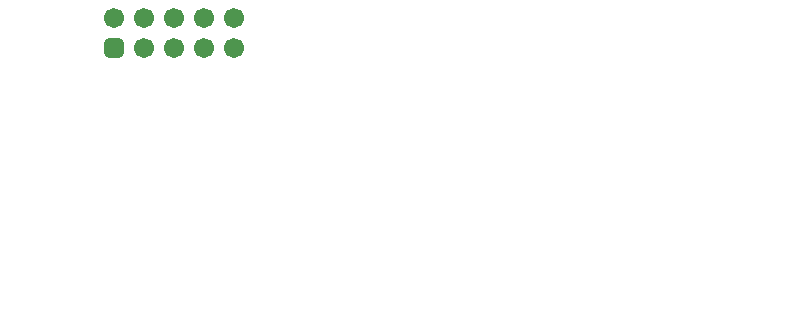
<source format=gbs>
G04*
G04 #@! TF.GenerationSoftware,Altium Limited,Altium Designer,20.1.11 (218)*
G04*
G04 Layer_Color=16711935*
%FSLAX25Y25*%
%MOIN*%
G70*
G04*
G04 #@! TF.SameCoordinates,523F0657-F71E-4486-8054-8BA6F8F09657*
G04*
G04*
G04 #@! TF.FilePolarity,Negative*
G04*
G01*
G75*
G04:AMPARAMS|DCode=25|XSize=66.99mil|YSize=66.99mil|CornerRadius=17.75mil|HoleSize=0mil|Usage=FLASHONLY|Rotation=0.000|XOffset=0mil|YOffset=0mil|HoleType=Round|Shape=RoundedRectangle|*
%AMROUNDEDRECTD25*
21,1,0.06699,0.03150,0,0,0.0*
21,1,0.03150,0.06699,0,0,0.0*
1,1,0.03550,0.01575,-0.01575*
1,1,0.03550,-0.01575,-0.01575*
1,1,0.03550,-0.01575,0.01575*
1,1,0.03550,0.01575,0.01575*
%
%ADD25ROUNDEDRECTD25*%
%ADD26C,0.06699*%
%ADD27C,0.00400*%
D25*
X47000Y105000D02*
D03*
D26*
Y115118D02*
D03*
X57000Y105000D02*
D03*
Y115000D02*
D03*
X67000Y105000D02*
D03*
Y115000D02*
D03*
X77000Y105000D02*
D03*
Y115000D02*
D03*
X87000Y105000D02*
D03*
Y115000D02*
D03*
D27*
X271654Y15748D02*
D03*
X15748D02*
D03*
M02*

</source>
